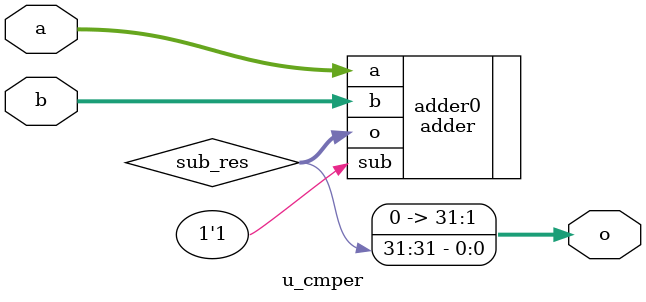
<source format=sv>
module u_cmper (
    input  wire [31:0] a,
    input  wire [31:0] b,
    output reg  [31:0] o
);

  wire [31:0] sub_res;

  adder adder0 (
      .a  (a),
      .b  (b),
      .sub(1'b1),
      .o  (sub_res)
  );

  assign o = {31'b0, sub_res[31]};

endmodule

</source>
